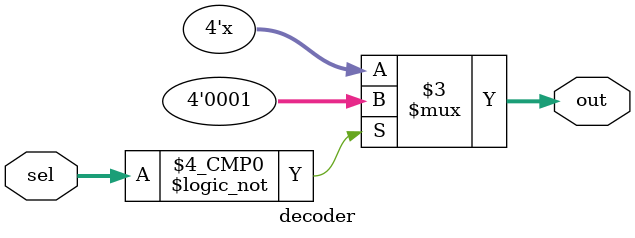
<source format=sv>
module decoder(
 input  logic[1:0] sel,
 output logic[3:0] out
);
 always @(sel or out)
  begin
   case (sel)
    2'b00  : out = 4'b0001;

    // Student to add remainder of the code   

   endcase
  end
endmodule
</source>
